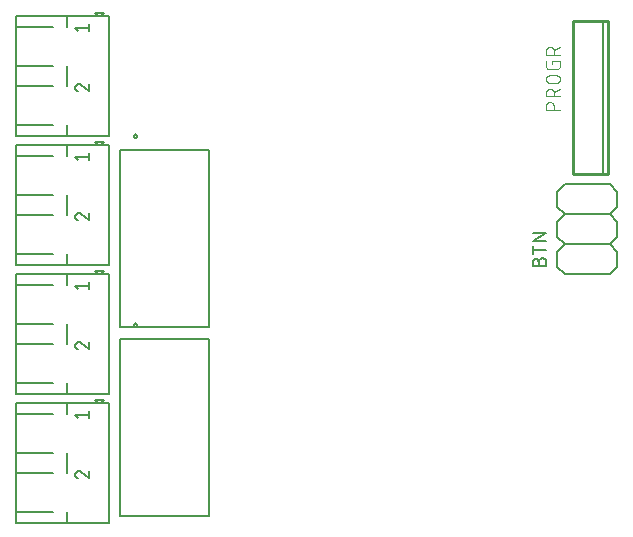
<source format=gbr>
G04 EAGLE Gerber RS-274X export*
G75*
%MOMM*%
%FSLAX34Y34*%
%LPD*%
%INSilkscreen Top*%
%IPPOS*%
%AMOC8*
5,1,8,0,0,1.08239X$1,22.5*%
G01*
%ADD10C,0.152400*%
%ADD11C,0.127000*%
%ADD12C,0.254000*%
%ADD13C,0.101600*%


D10*
X158750Y299720D02*
X201930Y299720D01*
X158750Y299720D02*
X158750Y401320D01*
X158750Y309118D02*
X190500Y309118D01*
X158750Y309118D02*
X158750Y342138D01*
X190500Y342138D01*
X190500Y359156D02*
X158750Y359156D01*
X158750Y392176D01*
X190500Y392176D01*
X201930Y401320D02*
X158750Y401320D01*
X201930Y401320D02*
X228600Y401320D01*
X231140Y401320D01*
X237490Y401320D01*
X237490Y299720D01*
X201930Y299720D01*
X201930Y392176D02*
X201930Y401320D01*
X201930Y359156D02*
X201930Y342138D01*
X201930Y309118D02*
X201930Y299720D01*
D11*
X211455Y388493D02*
X208915Y391668D01*
X220345Y391668D01*
X220345Y388493D02*
X220345Y394843D01*
X211773Y344044D02*
X211669Y344042D01*
X211564Y344036D01*
X211460Y344027D01*
X211357Y344014D01*
X211254Y343996D01*
X211152Y343976D01*
X211050Y343951D01*
X210950Y343923D01*
X210850Y343891D01*
X210752Y343855D01*
X210655Y343816D01*
X210560Y343774D01*
X210466Y343728D01*
X210374Y343678D01*
X210284Y343626D01*
X210196Y343570D01*
X210110Y343510D01*
X210026Y343448D01*
X209945Y343383D01*
X209866Y343315D01*
X209789Y343243D01*
X209716Y343170D01*
X209644Y343093D01*
X209576Y343014D01*
X209511Y342933D01*
X209449Y342849D01*
X209389Y342763D01*
X209333Y342675D01*
X209281Y342585D01*
X209231Y342493D01*
X209185Y342399D01*
X209143Y342304D01*
X209104Y342207D01*
X209068Y342109D01*
X209036Y342009D01*
X209008Y341909D01*
X208983Y341807D01*
X208963Y341705D01*
X208945Y341602D01*
X208932Y341499D01*
X208923Y341395D01*
X208917Y341290D01*
X208915Y341186D01*
X208917Y341068D01*
X208923Y340949D01*
X208932Y340831D01*
X208945Y340714D01*
X208963Y340597D01*
X208983Y340480D01*
X209008Y340364D01*
X209036Y340249D01*
X209069Y340136D01*
X209104Y340023D01*
X209144Y339911D01*
X209186Y339801D01*
X209233Y339692D01*
X209283Y339584D01*
X209336Y339479D01*
X209393Y339375D01*
X209453Y339273D01*
X209516Y339173D01*
X209583Y339075D01*
X209652Y338979D01*
X209725Y338886D01*
X209801Y338795D01*
X209879Y338706D01*
X209961Y338620D01*
X210045Y338537D01*
X210131Y338456D01*
X210221Y338379D01*
X210312Y338304D01*
X210406Y338232D01*
X210503Y338163D01*
X210601Y338098D01*
X210702Y338035D01*
X210805Y337976D01*
X210909Y337920D01*
X211015Y337868D01*
X211123Y337819D01*
X211232Y337774D01*
X211343Y337732D01*
X211455Y337694D01*
X213995Y343091D02*
X213920Y343167D01*
X213841Y343242D01*
X213760Y343313D01*
X213676Y343382D01*
X213590Y343447D01*
X213502Y343509D01*
X213412Y343569D01*
X213320Y343625D01*
X213225Y343678D01*
X213129Y343727D01*
X213031Y343773D01*
X212932Y343816D01*
X212831Y343855D01*
X212729Y343890D01*
X212626Y343922D01*
X212522Y343950D01*
X212417Y343975D01*
X212310Y343996D01*
X212204Y344013D01*
X212097Y344026D01*
X211989Y344035D01*
X211881Y344041D01*
X211773Y344043D01*
X213995Y343091D02*
X220345Y337693D01*
X220345Y344043D01*
X231140Y401320D02*
X233680Y403860D01*
X226060Y403860D01*
X228600Y401320D01*
D10*
X201930Y190500D02*
X158750Y190500D01*
X158750Y292100D01*
X158750Y199898D02*
X190500Y199898D01*
X158750Y199898D02*
X158750Y232918D01*
X190500Y232918D01*
X190500Y249936D02*
X158750Y249936D01*
X158750Y282956D01*
X190500Y282956D01*
X201930Y292100D02*
X158750Y292100D01*
X201930Y292100D02*
X228600Y292100D01*
X231140Y292100D01*
X237490Y292100D01*
X237490Y190500D01*
X201930Y190500D01*
X201930Y282956D02*
X201930Y292100D01*
X201930Y249936D02*
X201930Y232918D01*
X201930Y199898D02*
X201930Y190500D01*
D11*
X211455Y279273D02*
X208915Y282448D01*
X220345Y282448D01*
X220345Y279273D02*
X220345Y285623D01*
X211773Y234824D02*
X211669Y234822D01*
X211564Y234816D01*
X211460Y234807D01*
X211357Y234794D01*
X211254Y234776D01*
X211152Y234756D01*
X211050Y234731D01*
X210950Y234703D01*
X210850Y234671D01*
X210752Y234635D01*
X210655Y234596D01*
X210560Y234554D01*
X210466Y234508D01*
X210374Y234458D01*
X210284Y234406D01*
X210196Y234350D01*
X210110Y234290D01*
X210026Y234228D01*
X209945Y234163D01*
X209866Y234095D01*
X209789Y234023D01*
X209716Y233950D01*
X209644Y233873D01*
X209576Y233794D01*
X209511Y233713D01*
X209449Y233629D01*
X209389Y233543D01*
X209333Y233455D01*
X209281Y233365D01*
X209231Y233273D01*
X209185Y233179D01*
X209143Y233084D01*
X209104Y232987D01*
X209068Y232889D01*
X209036Y232789D01*
X209008Y232689D01*
X208983Y232587D01*
X208963Y232485D01*
X208945Y232382D01*
X208932Y232279D01*
X208923Y232175D01*
X208917Y232070D01*
X208915Y231966D01*
X208917Y231848D01*
X208923Y231729D01*
X208932Y231611D01*
X208945Y231494D01*
X208963Y231377D01*
X208983Y231260D01*
X209008Y231144D01*
X209036Y231029D01*
X209069Y230916D01*
X209104Y230803D01*
X209144Y230691D01*
X209186Y230581D01*
X209233Y230472D01*
X209283Y230364D01*
X209336Y230259D01*
X209393Y230155D01*
X209453Y230053D01*
X209516Y229953D01*
X209583Y229855D01*
X209652Y229759D01*
X209725Y229666D01*
X209801Y229575D01*
X209879Y229486D01*
X209961Y229400D01*
X210045Y229317D01*
X210131Y229236D01*
X210221Y229159D01*
X210312Y229084D01*
X210406Y229012D01*
X210503Y228943D01*
X210601Y228878D01*
X210702Y228815D01*
X210805Y228756D01*
X210909Y228700D01*
X211015Y228648D01*
X211123Y228599D01*
X211232Y228554D01*
X211343Y228512D01*
X211455Y228474D01*
X213995Y233871D02*
X213920Y233947D01*
X213841Y234022D01*
X213760Y234093D01*
X213676Y234162D01*
X213590Y234227D01*
X213502Y234289D01*
X213412Y234349D01*
X213320Y234405D01*
X213225Y234458D01*
X213129Y234507D01*
X213031Y234553D01*
X212932Y234596D01*
X212831Y234635D01*
X212729Y234670D01*
X212626Y234702D01*
X212522Y234730D01*
X212417Y234755D01*
X212310Y234776D01*
X212204Y234793D01*
X212097Y234806D01*
X211989Y234815D01*
X211881Y234821D01*
X211773Y234823D01*
X213995Y233871D02*
X220345Y228473D01*
X220345Y234823D01*
X231140Y292100D02*
X233680Y294640D01*
X226060Y294640D01*
X228600Y292100D01*
D10*
X201930Y81280D02*
X158750Y81280D01*
X158750Y182880D01*
X158750Y90678D02*
X190500Y90678D01*
X158750Y90678D02*
X158750Y123698D01*
X190500Y123698D01*
X190500Y140716D02*
X158750Y140716D01*
X158750Y173736D01*
X190500Y173736D01*
X201930Y182880D02*
X158750Y182880D01*
X201930Y182880D02*
X228600Y182880D01*
X231140Y182880D01*
X237490Y182880D01*
X237490Y81280D01*
X201930Y81280D01*
X201930Y173736D02*
X201930Y182880D01*
X201930Y140716D02*
X201930Y123698D01*
X201930Y90678D02*
X201930Y81280D01*
D11*
X211455Y170053D02*
X208915Y173228D01*
X220345Y173228D01*
X220345Y170053D02*
X220345Y176403D01*
X211773Y125604D02*
X211669Y125602D01*
X211564Y125596D01*
X211460Y125587D01*
X211357Y125574D01*
X211254Y125556D01*
X211152Y125536D01*
X211050Y125511D01*
X210950Y125483D01*
X210850Y125451D01*
X210752Y125415D01*
X210655Y125376D01*
X210560Y125334D01*
X210466Y125288D01*
X210374Y125238D01*
X210284Y125186D01*
X210196Y125130D01*
X210110Y125070D01*
X210026Y125008D01*
X209945Y124943D01*
X209866Y124875D01*
X209789Y124803D01*
X209716Y124730D01*
X209644Y124653D01*
X209576Y124574D01*
X209511Y124493D01*
X209449Y124409D01*
X209389Y124323D01*
X209333Y124235D01*
X209281Y124145D01*
X209231Y124053D01*
X209185Y123959D01*
X209143Y123864D01*
X209104Y123767D01*
X209068Y123669D01*
X209036Y123569D01*
X209008Y123469D01*
X208983Y123367D01*
X208963Y123265D01*
X208945Y123162D01*
X208932Y123059D01*
X208923Y122955D01*
X208917Y122850D01*
X208915Y122746D01*
X208917Y122628D01*
X208923Y122509D01*
X208932Y122391D01*
X208945Y122274D01*
X208963Y122157D01*
X208983Y122040D01*
X209008Y121924D01*
X209036Y121809D01*
X209069Y121696D01*
X209104Y121583D01*
X209144Y121471D01*
X209186Y121361D01*
X209233Y121252D01*
X209283Y121144D01*
X209336Y121039D01*
X209393Y120935D01*
X209453Y120833D01*
X209516Y120733D01*
X209583Y120635D01*
X209652Y120539D01*
X209725Y120446D01*
X209801Y120355D01*
X209879Y120266D01*
X209961Y120180D01*
X210045Y120097D01*
X210131Y120016D01*
X210221Y119939D01*
X210312Y119864D01*
X210406Y119792D01*
X210503Y119723D01*
X210601Y119658D01*
X210702Y119595D01*
X210805Y119536D01*
X210909Y119480D01*
X211015Y119428D01*
X211123Y119379D01*
X211232Y119334D01*
X211343Y119292D01*
X211455Y119254D01*
X213995Y124651D02*
X213920Y124727D01*
X213841Y124802D01*
X213760Y124873D01*
X213676Y124942D01*
X213590Y125007D01*
X213502Y125069D01*
X213412Y125129D01*
X213320Y125185D01*
X213225Y125238D01*
X213129Y125287D01*
X213031Y125333D01*
X212932Y125376D01*
X212831Y125415D01*
X212729Y125450D01*
X212626Y125482D01*
X212522Y125510D01*
X212417Y125535D01*
X212310Y125556D01*
X212204Y125573D01*
X212097Y125586D01*
X211989Y125595D01*
X211881Y125601D01*
X211773Y125603D01*
X213995Y124651D02*
X220345Y119253D01*
X220345Y125603D01*
X231140Y182880D02*
X233680Y185420D01*
X226060Y185420D01*
X228600Y182880D01*
D10*
X201930Y-27940D02*
X158750Y-27940D01*
X158750Y73660D01*
X158750Y-18542D02*
X190500Y-18542D01*
X158750Y-18542D02*
X158750Y14478D01*
X190500Y14478D01*
X190500Y31496D02*
X158750Y31496D01*
X158750Y64516D01*
X190500Y64516D01*
X201930Y73660D02*
X158750Y73660D01*
X201930Y73660D02*
X228600Y73660D01*
X231140Y73660D01*
X237490Y73660D01*
X237490Y-27940D01*
X201930Y-27940D01*
X201930Y64516D02*
X201930Y73660D01*
X201930Y31496D02*
X201930Y14478D01*
X201930Y-18542D02*
X201930Y-27940D01*
D11*
X211455Y60833D02*
X208915Y64008D01*
X220345Y64008D01*
X220345Y60833D02*
X220345Y67183D01*
X211773Y16384D02*
X211669Y16382D01*
X211564Y16376D01*
X211460Y16367D01*
X211357Y16354D01*
X211254Y16336D01*
X211152Y16316D01*
X211050Y16291D01*
X210950Y16263D01*
X210850Y16231D01*
X210752Y16195D01*
X210655Y16156D01*
X210560Y16114D01*
X210466Y16068D01*
X210374Y16018D01*
X210284Y15966D01*
X210196Y15910D01*
X210110Y15850D01*
X210026Y15788D01*
X209945Y15723D01*
X209866Y15655D01*
X209789Y15583D01*
X209716Y15510D01*
X209644Y15433D01*
X209576Y15354D01*
X209511Y15273D01*
X209449Y15189D01*
X209389Y15103D01*
X209333Y15015D01*
X209281Y14925D01*
X209231Y14833D01*
X209185Y14739D01*
X209143Y14644D01*
X209104Y14547D01*
X209068Y14449D01*
X209036Y14349D01*
X209008Y14249D01*
X208983Y14147D01*
X208963Y14045D01*
X208945Y13942D01*
X208932Y13839D01*
X208923Y13735D01*
X208917Y13630D01*
X208915Y13526D01*
X208917Y13408D01*
X208923Y13289D01*
X208932Y13171D01*
X208945Y13054D01*
X208963Y12937D01*
X208983Y12820D01*
X209008Y12704D01*
X209036Y12589D01*
X209069Y12476D01*
X209104Y12363D01*
X209144Y12251D01*
X209186Y12141D01*
X209233Y12032D01*
X209283Y11924D01*
X209336Y11819D01*
X209393Y11715D01*
X209453Y11613D01*
X209516Y11513D01*
X209583Y11415D01*
X209652Y11319D01*
X209725Y11226D01*
X209801Y11135D01*
X209879Y11046D01*
X209961Y10960D01*
X210045Y10877D01*
X210131Y10796D01*
X210221Y10719D01*
X210312Y10644D01*
X210406Y10572D01*
X210503Y10503D01*
X210601Y10438D01*
X210702Y10375D01*
X210805Y10316D01*
X210909Y10260D01*
X211015Y10208D01*
X211123Y10159D01*
X211232Y10114D01*
X211343Y10072D01*
X211455Y10034D01*
X213995Y15431D02*
X213920Y15507D01*
X213841Y15582D01*
X213760Y15653D01*
X213676Y15722D01*
X213590Y15787D01*
X213502Y15849D01*
X213412Y15909D01*
X213320Y15965D01*
X213225Y16018D01*
X213129Y16067D01*
X213031Y16113D01*
X212932Y16156D01*
X212831Y16195D01*
X212729Y16230D01*
X212626Y16262D01*
X212522Y16290D01*
X212417Y16315D01*
X212310Y16336D01*
X212204Y16353D01*
X212097Y16366D01*
X211989Y16375D01*
X211881Y16381D01*
X211773Y16383D01*
X213995Y15431D02*
X220345Y10033D01*
X220345Y16383D01*
X231140Y73660D02*
X233680Y76200D01*
X226060Y76200D01*
X228600Y73660D01*
D12*
X630660Y267940D02*
X630660Y397540D01*
X630660Y267940D02*
X659660Y267940D01*
X659660Y397540D01*
X630660Y397540D01*
D10*
X656160Y396440D02*
X656160Y269040D01*
D13*
X619252Y322154D02*
X607568Y322154D01*
X607568Y325399D01*
X607570Y325512D01*
X607576Y325625D01*
X607586Y325738D01*
X607600Y325851D01*
X607617Y325963D01*
X607639Y326074D01*
X607664Y326184D01*
X607694Y326294D01*
X607727Y326402D01*
X607764Y326509D01*
X607804Y326615D01*
X607849Y326719D01*
X607897Y326822D01*
X607948Y326923D01*
X608003Y327022D01*
X608061Y327119D01*
X608123Y327214D01*
X608188Y327307D01*
X608256Y327397D01*
X608327Y327485D01*
X608402Y327571D01*
X608479Y327654D01*
X608559Y327734D01*
X608642Y327811D01*
X608728Y327886D01*
X608816Y327957D01*
X608906Y328025D01*
X608999Y328090D01*
X609094Y328152D01*
X609191Y328210D01*
X609290Y328265D01*
X609391Y328316D01*
X609494Y328364D01*
X609598Y328409D01*
X609704Y328449D01*
X609811Y328486D01*
X609919Y328519D01*
X610029Y328549D01*
X610139Y328574D01*
X610250Y328596D01*
X610362Y328613D01*
X610475Y328627D01*
X610588Y328637D01*
X610701Y328643D01*
X610814Y328645D01*
X610927Y328643D01*
X611040Y328637D01*
X611153Y328627D01*
X611266Y328613D01*
X611378Y328596D01*
X611489Y328574D01*
X611599Y328549D01*
X611709Y328519D01*
X611817Y328486D01*
X611924Y328449D01*
X612030Y328409D01*
X612134Y328364D01*
X612237Y328316D01*
X612338Y328265D01*
X612437Y328210D01*
X612534Y328152D01*
X612629Y328090D01*
X612722Y328025D01*
X612812Y327957D01*
X612900Y327886D01*
X612986Y327811D01*
X613069Y327734D01*
X613149Y327654D01*
X613226Y327571D01*
X613301Y327485D01*
X613372Y327397D01*
X613440Y327307D01*
X613505Y327214D01*
X613567Y327119D01*
X613625Y327022D01*
X613680Y326923D01*
X613731Y326822D01*
X613779Y326719D01*
X613824Y326615D01*
X613864Y326509D01*
X613901Y326402D01*
X613934Y326294D01*
X613964Y326184D01*
X613989Y326074D01*
X614011Y325963D01*
X614028Y325851D01*
X614042Y325738D01*
X614052Y325625D01*
X614058Y325512D01*
X614060Y325399D01*
X614059Y325399D02*
X614059Y322154D01*
X619252Y333488D02*
X607568Y333488D01*
X607568Y336734D01*
X607570Y336847D01*
X607576Y336960D01*
X607586Y337073D01*
X607600Y337186D01*
X607617Y337298D01*
X607639Y337409D01*
X607664Y337519D01*
X607694Y337629D01*
X607727Y337737D01*
X607764Y337844D01*
X607804Y337950D01*
X607849Y338054D01*
X607897Y338157D01*
X607948Y338258D01*
X608003Y338357D01*
X608061Y338454D01*
X608123Y338549D01*
X608188Y338642D01*
X608256Y338732D01*
X608327Y338820D01*
X608402Y338906D01*
X608479Y338989D01*
X608559Y339069D01*
X608642Y339146D01*
X608728Y339221D01*
X608816Y339292D01*
X608906Y339360D01*
X608999Y339425D01*
X609094Y339487D01*
X609191Y339545D01*
X609290Y339600D01*
X609391Y339651D01*
X609494Y339699D01*
X609598Y339744D01*
X609704Y339784D01*
X609811Y339821D01*
X609919Y339854D01*
X610029Y339884D01*
X610139Y339909D01*
X610250Y339931D01*
X610362Y339948D01*
X610475Y339962D01*
X610588Y339972D01*
X610701Y339978D01*
X610814Y339980D01*
X610927Y339978D01*
X611040Y339972D01*
X611153Y339962D01*
X611266Y339948D01*
X611378Y339931D01*
X611489Y339909D01*
X611599Y339884D01*
X611709Y339854D01*
X611817Y339821D01*
X611924Y339784D01*
X612030Y339744D01*
X612134Y339699D01*
X612237Y339651D01*
X612338Y339600D01*
X612437Y339545D01*
X612534Y339487D01*
X612629Y339425D01*
X612722Y339360D01*
X612812Y339292D01*
X612900Y339221D01*
X612986Y339146D01*
X613069Y339069D01*
X613149Y338989D01*
X613226Y338906D01*
X613301Y338820D01*
X613372Y338732D01*
X613440Y338642D01*
X613505Y338549D01*
X613567Y338454D01*
X613625Y338357D01*
X613680Y338258D01*
X613731Y338157D01*
X613779Y338054D01*
X613824Y337950D01*
X613864Y337844D01*
X613901Y337737D01*
X613934Y337629D01*
X613964Y337519D01*
X613989Y337409D01*
X614011Y337298D01*
X614028Y337186D01*
X614042Y337073D01*
X614052Y336960D01*
X614058Y336847D01*
X614060Y336734D01*
X614059Y336734D02*
X614059Y333488D01*
X614059Y337383D02*
X619252Y339979D01*
X616006Y344844D02*
X610814Y344844D01*
X610701Y344846D01*
X610588Y344852D01*
X610475Y344862D01*
X610362Y344876D01*
X610250Y344893D01*
X610139Y344915D01*
X610029Y344940D01*
X609919Y344970D01*
X609811Y345003D01*
X609704Y345040D01*
X609598Y345080D01*
X609494Y345125D01*
X609391Y345173D01*
X609290Y345224D01*
X609191Y345279D01*
X609094Y345337D01*
X608999Y345399D01*
X608906Y345464D01*
X608816Y345532D01*
X608728Y345603D01*
X608642Y345678D01*
X608559Y345755D01*
X608479Y345835D01*
X608402Y345918D01*
X608327Y346004D01*
X608256Y346092D01*
X608188Y346182D01*
X608123Y346275D01*
X608061Y346370D01*
X608003Y346467D01*
X607948Y346566D01*
X607897Y346667D01*
X607849Y346770D01*
X607804Y346874D01*
X607764Y346980D01*
X607727Y347087D01*
X607694Y347195D01*
X607664Y347305D01*
X607639Y347415D01*
X607617Y347526D01*
X607600Y347638D01*
X607586Y347751D01*
X607576Y347864D01*
X607570Y347977D01*
X607568Y348090D01*
X607570Y348203D01*
X607576Y348316D01*
X607586Y348429D01*
X607600Y348542D01*
X607617Y348654D01*
X607639Y348765D01*
X607664Y348875D01*
X607694Y348985D01*
X607727Y349093D01*
X607764Y349200D01*
X607804Y349306D01*
X607849Y349410D01*
X607897Y349513D01*
X607948Y349614D01*
X608003Y349713D01*
X608061Y349810D01*
X608123Y349905D01*
X608188Y349998D01*
X608256Y350088D01*
X608327Y350176D01*
X608402Y350262D01*
X608479Y350345D01*
X608559Y350425D01*
X608642Y350502D01*
X608728Y350577D01*
X608816Y350648D01*
X608906Y350716D01*
X608999Y350781D01*
X609094Y350843D01*
X609191Y350901D01*
X609290Y350956D01*
X609391Y351007D01*
X609494Y351055D01*
X609598Y351100D01*
X609704Y351140D01*
X609811Y351177D01*
X609919Y351210D01*
X610029Y351240D01*
X610139Y351265D01*
X610250Y351287D01*
X610362Y351304D01*
X610475Y351318D01*
X610588Y351328D01*
X610701Y351334D01*
X610814Y351336D01*
X610814Y351335D02*
X616006Y351335D01*
X616006Y351336D02*
X616119Y351334D01*
X616232Y351328D01*
X616345Y351318D01*
X616458Y351304D01*
X616570Y351287D01*
X616681Y351265D01*
X616791Y351240D01*
X616901Y351210D01*
X617009Y351177D01*
X617116Y351140D01*
X617222Y351100D01*
X617326Y351055D01*
X617429Y351007D01*
X617530Y350956D01*
X617629Y350901D01*
X617726Y350843D01*
X617821Y350781D01*
X617914Y350716D01*
X618004Y350648D01*
X618092Y350577D01*
X618178Y350502D01*
X618261Y350425D01*
X618341Y350345D01*
X618418Y350262D01*
X618493Y350176D01*
X618564Y350088D01*
X618632Y349998D01*
X618697Y349905D01*
X618759Y349810D01*
X618817Y349713D01*
X618872Y349614D01*
X618923Y349513D01*
X618971Y349410D01*
X619016Y349306D01*
X619056Y349200D01*
X619093Y349093D01*
X619126Y348985D01*
X619156Y348875D01*
X619181Y348765D01*
X619203Y348654D01*
X619220Y348542D01*
X619234Y348429D01*
X619244Y348316D01*
X619250Y348203D01*
X619252Y348090D01*
X619250Y347977D01*
X619244Y347864D01*
X619234Y347751D01*
X619220Y347638D01*
X619203Y347526D01*
X619181Y347415D01*
X619156Y347305D01*
X619126Y347195D01*
X619093Y347087D01*
X619056Y346980D01*
X619016Y346874D01*
X618971Y346770D01*
X618923Y346667D01*
X618872Y346566D01*
X618817Y346467D01*
X618759Y346370D01*
X618697Y346275D01*
X618632Y346182D01*
X618564Y346092D01*
X618493Y346004D01*
X618418Y345918D01*
X618341Y345835D01*
X618261Y345755D01*
X618178Y345678D01*
X618092Y345603D01*
X618004Y345532D01*
X617914Y345464D01*
X617821Y345399D01*
X617726Y345337D01*
X617629Y345279D01*
X617530Y345224D01*
X617429Y345173D01*
X617326Y345125D01*
X617222Y345080D01*
X617116Y345040D01*
X617009Y345003D01*
X616901Y344970D01*
X616791Y344940D01*
X616681Y344915D01*
X616570Y344893D01*
X616458Y344876D01*
X616345Y344862D01*
X616232Y344852D01*
X616119Y344846D01*
X616006Y344844D01*
X612761Y361199D02*
X612761Y363146D01*
X619252Y363146D01*
X619252Y359252D01*
X619250Y359153D01*
X619244Y359053D01*
X619235Y358954D01*
X619222Y358856D01*
X619205Y358758D01*
X619184Y358660D01*
X619159Y358564D01*
X619131Y358469D01*
X619099Y358375D01*
X619064Y358282D01*
X619025Y358190D01*
X618982Y358100D01*
X618937Y358012D01*
X618887Y357925D01*
X618835Y357841D01*
X618779Y357758D01*
X618721Y357678D01*
X618659Y357600D01*
X618594Y357525D01*
X618526Y357452D01*
X618456Y357382D01*
X618383Y357314D01*
X618308Y357249D01*
X618230Y357187D01*
X618150Y357129D01*
X618067Y357073D01*
X617983Y357021D01*
X617896Y356971D01*
X617808Y356926D01*
X617718Y356883D01*
X617626Y356844D01*
X617533Y356809D01*
X617439Y356777D01*
X617344Y356749D01*
X617248Y356724D01*
X617150Y356703D01*
X617052Y356686D01*
X616954Y356673D01*
X616855Y356664D01*
X616755Y356658D01*
X616656Y356656D01*
X616656Y356655D02*
X610164Y356655D01*
X610065Y356657D01*
X609965Y356663D01*
X609866Y356672D01*
X609768Y356685D01*
X609670Y356703D01*
X609572Y356723D01*
X609476Y356748D01*
X609380Y356776D01*
X609286Y356808D01*
X609193Y356843D01*
X609102Y356882D01*
X609012Y356925D01*
X608923Y356970D01*
X608837Y357020D01*
X608752Y357072D01*
X608670Y357128D01*
X608590Y357187D01*
X608512Y357248D01*
X608436Y357313D01*
X608363Y357381D01*
X608293Y357451D01*
X608225Y357524D01*
X608160Y357600D01*
X608099Y357678D01*
X608040Y357758D01*
X607984Y357840D01*
X607932Y357925D01*
X607883Y358011D01*
X607837Y358100D01*
X607794Y358190D01*
X607755Y358281D01*
X607720Y358374D01*
X607688Y358468D01*
X607660Y358564D01*
X607635Y358660D01*
X607615Y358758D01*
X607597Y358856D01*
X607584Y358954D01*
X607575Y359053D01*
X607569Y359152D01*
X607567Y359252D01*
X607568Y359252D02*
X607568Y363146D01*
X607568Y368921D02*
X619252Y368921D01*
X607568Y368921D02*
X607568Y372166D01*
X607570Y372279D01*
X607576Y372392D01*
X607586Y372505D01*
X607600Y372618D01*
X607617Y372730D01*
X607639Y372841D01*
X607664Y372951D01*
X607694Y373061D01*
X607727Y373169D01*
X607764Y373276D01*
X607804Y373382D01*
X607849Y373486D01*
X607897Y373589D01*
X607948Y373690D01*
X608003Y373789D01*
X608061Y373886D01*
X608123Y373981D01*
X608188Y374074D01*
X608256Y374164D01*
X608327Y374252D01*
X608402Y374338D01*
X608479Y374421D01*
X608559Y374501D01*
X608642Y374578D01*
X608728Y374653D01*
X608816Y374724D01*
X608906Y374792D01*
X608999Y374857D01*
X609094Y374919D01*
X609191Y374977D01*
X609290Y375032D01*
X609391Y375083D01*
X609494Y375131D01*
X609598Y375176D01*
X609704Y375216D01*
X609811Y375253D01*
X609919Y375286D01*
X610029Y375316D01*
X610139Y375341D01*
X610250Y375363D01*
X610362Y375380D01*
X610475Y375394D01*
X610588Y375404D01*
X610701Y375410D01*
X610814Y375412D01*
X610927Y375410D01*
X611040Y375404D01*
X611153Y375394D01*
X611266Y375380D01*
X611378Y375363D01*
X611489Y375341D01*
X611599Y375316D01*
X611709Y375286D01*
X611817Y375253D01*
X611924Y375216D01*
X612030Y375176D01*
X612134Y375131D01*
X612237Y375083D01*
X612338Y375032D01*
X612437Y374977D01*
X612534Y374919D01*
X612629Y374857D01*
X612722Y374792D01*
X612812Y374724D01*
X612900Y374653D01*
X612986Y374578D01*
X613069Y374501D01*
X613149Y374421D01*
X613226Y374338D01*
X613301Y374252D01*
X613372Y374164D01*
X613440Y374074D01*
X613505Y373981D01*
X613567Y373886D01*
X613625Y373789D01*
X613680Y373690D01*
X613731Y373589D01*
X613779Y373486D01*
X613824Y373382D01*
X613864Y373276D01*
X613901Y373169D01*
X613934Y373061D01*
X613964Y372951D01*
X613989Y372841D01*
X614011Y372730D01*
X614028Y372618D01*
X614042Y372505D01*
X614052Y372392D01*
X614058Y372279D01*
X614060Y372166D01*
X614059Y372166D02*
X614059Y368921D01*
X614059Y372816D02*
X619252Y375412D01*
D10*
X623570Y259080D02*
X617220Y252730D01*
X617220Y240030D02*
X623570Y233680D01*
X617220Y227330D01*
X617220Y214630D02*
X623570Y208280D01*
X623570Y259080D02*
X661670Y259080D01*
X668020Y252730D01*
X668020Y240030D01*
X661670Y233680D01*
X668020Y227330D01*
X668020Y214630D01*
X661670Y208280D01*
X661670Y233680D02*
X623570Y233680D01*
X623570Y208280D02*
X661670Y208280D01*
X617220Y214630D02*
X617220Y227330D01*
X617220Y240030D02*
X617220Y252730D01*
X623570Y208280D02*
X617220Y201930D01*
X617220Y189230D02*
X623570Y182880D01*
X661670Y208280D02*
X668020Y201930D01*
X668020Y189230D01*
X661670Y182880D01*
X623570Y182880D01*
X617220Y189230D02*
X617220Y201930D01*
D11*
X601345Y193485D02*
X601345Y190310D01*
X601345Y193485D02*
X601347Y193596D01*
X601353Y193706D01*
X601362Y193817D01*
X601376Y193927D01*
X601393Y194036D01*
X601414Y194145D01*
X601439Y194253D01*
X601468Y194360D01*
X601500Y194466D01*
X601536Y194571D01*
X601576Y194674D01*
X601619Y194776D01*
X601666Y194877D01*
X601717Y194976D01*
X601770Y195073D01*
X601827Y195167D01*
X601888Y195260D01*
X601951Y195351D01*
X602018Y195440D01*
X602088Y195526D01*
X602161Y195609D01*
X602236Y195691D01*
X602314Y195769D01*
X602396Y195844D01*
X602479Y195917D01*
X602565Y195987D01*
X602654Y196054D01*
X602745Y196117D01*
X602838Y196178D01*
X602933Y196235D01*
X603029Y196288D01*
X603128Y196339D01*
X603229Y196386D01*
X603331Y196429D01*
X603434Y196469D01*
X603539Y196505D01*
X603645Y196537D01*
X603752Y196566D01*
X603860Y196591D01*
X603969Y196612D01*
X604078Y196629D01*
X604188Y196643D01*
X604299Y196652D01*
X604409Y196658D01*
X604520Y196660D01*
X604631Y196658D01*
X604741Y196652D01*
X604852Y196643D01*
X604962Y196629D01*
X605071Y196612D01*
X605180Y196591D01*
X605288Y196566D01*
X605395Y196537D01*
X605501Y196505D01*
X605606Y196469D01*
X605709Y196429D01*
X605811Y196386D01*
X605912Y196339D01*
X606011Y196288D01*
X606108Y196235D01*
X606202Y196178D01*
X606295Y196117D01*
X606386Y196054D01*
X606475Y195987D01*
X606561Y195917D01*
X606644Y195844D01*
X606726Y195769D01*
X606804Y195691D01*
X606879Y195609D01*
X606952Y195526D01*
X607022Y195440D01*
X607089Y195351D01*
X607152Y195260D01*
X607213Y195167D01*
X607270Y195073D01*
X607323Y194976D01*
X607374Y194877D01*
X607421Y194776D01*
X607464Y194674D01*
X607504Y194571D01*
X607540Y194466D01*
X607572Y194360D01*
X607601Y194253D01*
X607626Y194145D01*
X607647Y194036D01*
X607664Y193927D01*
X607678Y193817D01*
X607687Y193706D01*
X607693Y193596D01*
X607695Y193485D01*
X607695Y190310D01*
X596265Y190310D01*
X596265Y193485D01*
X596267Y193585D01*
X596273Y193684D01*
X596283Y193784D01*
X596296Y193882D01*
X596314Y193981D01*
X596335Y194078D01*
X596360Y194174D01*
X596389Y194270D01*
X596422Y194364D01*
X596458Y194457D01*
X596498Y194548D01*
X596542Y194638D01*
X596589Y194726D01*
X596639Y194812D01*
X596693Y194896D01*
X596750Y194978D01*
X596810Y195057D01*
X596874Y195135D01*
X596940Y195209D01*
X597009Y195281D01*
X597081Y195350D01*
X597155Y195416D01*
X597233Y195480D01*
X597312Y195540D01*
X597394Y195597D01*
X597478Y195651D01*
X597564Y195701D01*
X597652Y195748D01*
X597742Y195792D01*
X597833Y195832D01*
X597926Y195868D01*
X598020Y195901D01*
X598116Y195930D01*
X598212Y195955D01*
X598309Y195976D01*
X598408Y195994D01*
X598506Y196007D01*
X598606Y196017D01*
X598705Y196023D01*
X598805Y196025D01*
X598905Y196023D01*
X599004Y196017D01*
X599104Y196007D01*
X599202Y195994D01*
X599301Y195976D01*
X599398Y195955D01*
X599494Y195930D01*
X599590Y195901D01*
X599684Y195868D01*
X599777Y195832D01*
X599868Y195792D01*
X599958Y195748D01*
X600046Y195701D01*
X600132Y195651D01*
X600216Y195597D01*
X600298Y195540D01*
X600377Y195480D01*
X600455Y195416D01*
X600529Y195350D01*
X600601Y195281D01*
X600670Y195209D01*
X600736Y195135D01*
X600800Y195057D01*
X600860Y194978D01*
X600917Y194896D01*
X600971Y194812D01*
X601021Y194726D01*
X601068Y194638D01*
X601112Y194548D01*
X601152Y194457D01*
X601188Y194364D01*
X601221Y194270D01*
X601250Y194174D01*
X601275Y194078D01*
X601296Y193981D01*
X601314Y193882D01*
X601327Y193784D01*
X601337Y193684D01*
X601343Y193585D01*
X601345Y193485D01*
X596265Y203581D02*
X607695Y203581D01*
X596265Y200406D02*
X596265Y206756D01*
X596265Y211455D02*
X607695Y211455D01*
X607695Y217805D02*
X596265Y211455D01*
X596265Y217805D02*
X607695Y217805D01*
X321980Y288360D02*
X321980Y138360D01*
X246980Y138360D01*
X246980Y288360D01*
X321980Y288360D01*
D10*
X258766Y299960D02*
X258768Y300035D01*
X258774Y300109D01*
X258784Y300183D01*
X258797Y300256D01*
X258815Y300329D01*
X258836Y300400D01*
X258861Y300471D01*
X258890Y300540D01*
X258923Y300607D01*
X258959Y300672D01*
X258998Y300736D01*
X259040Y300797D01*
X259086Y300856D01*
X259135Y300913D01*
X259187Y300966D01*
X259241Y301017D01*
X259298Y301066D01*
X259358Y301110D01*
X259420Y301152D01*
X259484Y301191D01*
X259550Y301226D01*
X259617Y301257D01*
X259687Y301285D01*
X259757Y301309D01*
X259829Y301330D01*
X259902Y301346D01*
X259975Y301359D01*
X260050Y301368D01*
X260124Y301373D01*
X260199Y301374D01*
X260273Y301371D01*
X260348Y301364D01*
X260421Y301353D01*
X260495Y301339D01*
X260567Y301320D01*
X260638Y301298D01*
X260708Y301272D01*
X260777Y301242D01*
X260843Y301209D01*
X260908Y301172D01*
X260971Y301132D01*
X261032Y301088D01*
X261090Y301042D01*
X261146Y300992D01*
X261199Y300940D01*
X261250Y300885D01*
X261297Y300827D01*
X261341Y300767D01*
X261382Y300704D01*
X261420Y300640D01*
X261454Y300574D01*
X261485Y300505D01*
X261512Y300436D01*
X261535Y300365D01*
X261554Y300293D01*
X261570Y300220D01*
X261582Y300146D01*
X261590Y300072D01*
X261594Y299997D01*
X261594Y299923D01*
X261590Y299848D01*
X261582Y299774D01*
X261570Y299700D01*
X261554Y299627D01*
X261535Y299555D01*
X261512Y299484D01*
X261485Y299415D01*
X261454Y299346D01*
X261420Y299280D01*
X261382Y299216D01*
X261341Y299153D01*
X261297Y299093D01*
X261250Y299035D01*
X261199Y298980D01*
X261146Y298928D01*
X261090Y298878D01*
X261032Y298832D01*
X260971Y298788D01*
X260908Y298748D01*
X260843Y298711D01*
X260777Y298678D01*
X260708Y298648D01*
X260638Y298622D01*
X260567Y298600D01*
X260495Y298581D01*
X260421Y298567D01*
X260348Y298556D01*
X260273Y298549D01*
X260199Y298546D01*
X260124Y298547D01*
X260050Y298552D01*
X259975Y298561D01*
X259902Y298574D01*
X259829Y298590D01*
X259757Y298611D01*
X259687Y298635D01*
X259617Y298663D01*
X259550Y298694D01*
X259484Y298729D01*
X259420Y298768D01*
X259358Y298810D01*
X259298Y298854D01*
X259241Y298903D01*
X259187Y298954D01*
X259135Y299007D01*
X259086Y299064D01*
X259040Y299123D01*
X258998Y299184D01*
X258959Y299248D01*
X258923Y299313D01*
X258890Y299380D01*
X258861Y299449D01*
X258836Y299520D01*
X258815Y299591D01*
X258797Y299664D01*
X258784Y299737D01*
X258774Y299811D01*
X258768Y299885D01*
X258766Y299960D01*
D11*
X321980Y128340D02*
X321980Y-21660D01*
X246980Y-21660D01*
X246980Y128340D01*
X321980Y128340D01*
D10*
X258766Y139940D02*
X258768Y140015D01*
X258774Y140089D01*
X258784Y140163D01*
X258797Y140236D01*
X258815Y140309D01*
X258836Y140380D01*
X258861Y140451D01*
X258890Y140520D01*
X258923Y140587D01*
X258959Y140652D01*
X258998Y140716D01*
X259040Y140777D01*
X259086Y140836D01*
X259135Y140893D01*
X259187Y140946D01*
X259241Y140997D01*
X259298Y141046D01*
X259358Y141090D01*
X259420Y141132D01*
X259484Y141171D01*
X259550Y141206D01*
X259617Y141237D01*
X259687Y141265D01*
X259757Y141289D01*
X259829Y141310D01*
X259902Y141326D01*
X259975Y141339D01*
X260050Y141348D01*
X260124Y141353D01*
X260199Y141354D01*
X260273Y141351D01*
X260348Y141344D01*
X260421Y141333D01*
X260495Y141319D01*
X260567Y141300D01*
X260638Y141278D01*
X260708Y141252D01*
X260777Y141222D01*
X260843Y141189D01*
X260908Y141152D01*
X260971Y141112D01*
X261032Y141068D01*
X261090Y141022D01*
X261146Y140972D01*
X261199Y140920D01*
X261250Y140865D01*
X261297Y140807D01*
X261341Y140747D01*
X261382Y140684D01*
X261420Y140620D01*
X261454Y140554D01*
X261485Y140485D01*
X261512Y140416D01*
X261535Y140345D01*
X261554Y140273D01*
X261570Y140200D01*
X261582Y140126D01*
X261590Y140052D01*
X261594Y139977D01*
X261594Y139903D01*
X261590Y139828D01*
X261582Y139754D01*
X261570Y139680D01*
X261554Y139607D01*
X261535Y139535D01*
X261512Y139464D01*
X261485Y139395D01*
X261454Y139326D01*
X261420Y139260D01*
X261382Y139196D01*
X261341Y139133D01*
X261297Y139073D01*
X261250Y139015D01*
X261199Y138960D01*
X261146Y138908D01*
X261090Y138858D01*
X261032Y138812D01*
X260971Y138768D01*
X260908Y138728D01*
X260843Y138691D01*
X260777Y138658D01*
X260708Y138628D01*
X260638Y138602D01*
X260567Y138580D01*
X260495Y138561D01*
X260421Y138547D01*
X260348Y138536D01*
X260273Y138529D01*
X260199Y138526D01*
X260124Y138527D01*
X260050Y138532D01*
X259975Y138541D01*
X259902Y138554D01*
X259829Y138570D01*
X259757Y138591D01*
X259687Y138615D01*
X259617Y138643D01*
X259550Y138674D01*
X259484Y138709D01*
X259420Y138748D01*
X259358Y138790D01*
X259298Y138834D01*
X259241Y138883D01*
X259187Y138934D01*
X259135Y138987D01*
X259086Y139044D01*
X259040Y139103D01*
X258998Y139164D01*
X258959Y139228D01*
X258923Y139293D01*
X258890Y139360D01*
X258861Y139429D01*
X258836Y139500D01*
X258815Y139571D01*
X258797Y139644D01*
X258784Y139717D01*
X258774Y139791D01*
X258768Y139865D01*
X258766Y139940D01*
M02*

</source>
